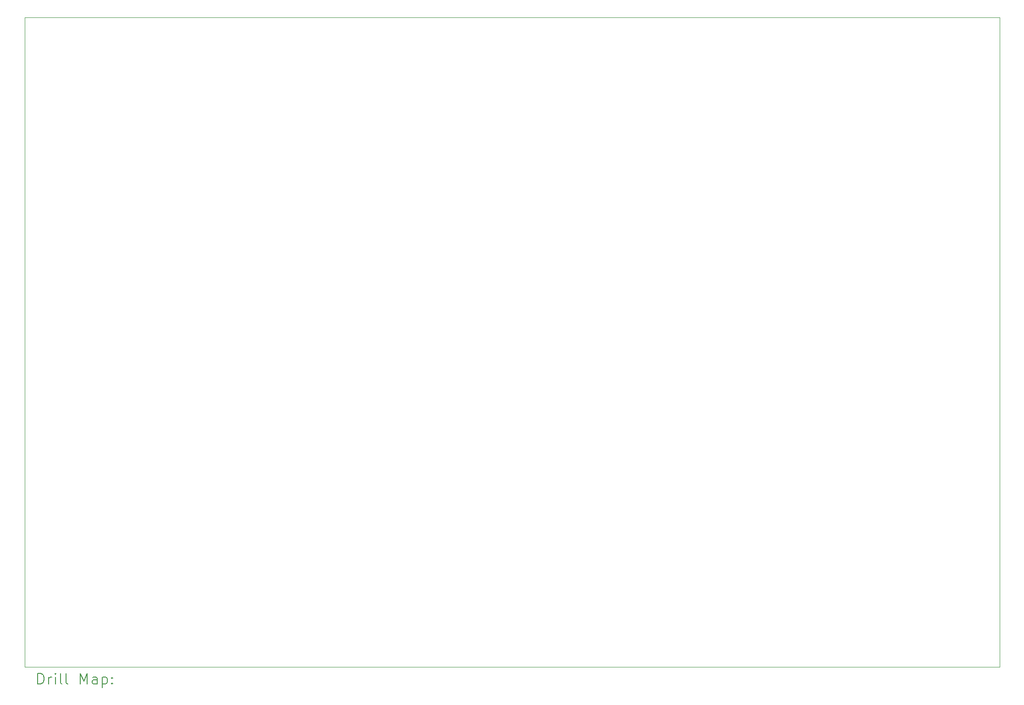
<source format=gbr>
%TF.GenerationSoftware,KiCad,Pcbnew,7.0.1*%
%TF.CreationDate,2023-04-21T00:09:46+02:00*%
%TF.ProjectId,SimpleLattice,53696d70-6c65-44c6-9174-746963652e6b,rev?*%
%TF.SameCoordinates,Original*%
%TF.FileFunction,Drillmap*%
%TF.FilePolarity,Positive*%
%FSLAX45Y45*%
G04 Gerber Fmt 4.5, Leading zero omitted, Abs format (unit mm)*
G04 Created by KiCad (PCBNEW 7.0.1) date 2023-04-21 00:09:46*
%MOMM*%
%LPD*%
G01*
G04 APERTURE LIST*
%ADD10C,0.100000*%
%ADD11C,0.200000*%
G04 APERTURE END LIST*
D10*
X4000000Y-3000000D02*
X22000000Y-3000000D01*
X22000000Y-15000000D01*
X4000000Y-15000000D01*
X4000000Y-3000000D01*
D11*
X4242619Y-15317524D02*
X4242619Y-15117524D01*
X4242619Y-15117524D02*
X4290238Y-15117524D01*
X4290238Y-15117524D02*
X4318810Y-15127048D01*
X4318810Y-15127048D02*
X4337857Y-15146095D01*
X4337857Y-15146095D02*
X4347381Y-15165143D01*
X4347381Y-15165143D02*
X4356905Y-15203238D01*
X4356905Y-15203238D02*
X4356905Y-15231809D01*
X4356905Y-15231809D02*
X4347381Y-15269905D01*
X4347381Y-15269905D02*
X4337857Y-15288952D01*
X4337857Y-15288952D02*
X4318810Y-15308000D01*
X4318810Y-15308000D02*
X4290238Y-15317524D01*
X4290238Y-15317524D02*
X4242619Y-15317524D01*
X4442619Y-15317524D02*
X4442619Y-15184190D01*
X4442619Y-15222286D02*
X4452143Y-15203238D01*
X4452143Y-15203238D02*
X4461667Y-15193714D01*
X4461667Y-15193714D02*
X4480714Y-15184190D01*
X4480714Y-15184190D02*
X4499762Y-15184190D01*
X4566429Y-15317524D02*
X4566429Y-15184190D01*
X4566429Y-15117524D02*
X4556905Y-15127048D01*
X4556905Y-15127048D02*
X4566429Y-15136571D01*
X4566429Y-15136571D02*
X4575952Y-15127048D01*
X4575952Y-15127048D02*
X4566429Y-15117524D01*
X4566429Y-15117524D02*
X4566429Y-15136571D01*
X4690238Y-15317524D02*
X4671190Y-15308000D01*
X4671190Y-15308000D02*
X4661667Y-15288952D01*
X4661667Y-15288952D02*
X4661667Y-15117524D01*
X4795000Y-15317524D02*
X4775952Y-15308000D01*
X4775952Y-15308000D02*
X4766429Y-15288952D01*
X4766429Y-15288952D02*
X4766429Y-15117524D01*
X5023571Y-15317524D02*
X5023571Y-15117524D01*
X5023571Y-15117524D02*
X5090238Y-15260381D01*
X5090238Y-15260381D02*
X5156905Y-15117524D01*
X5156905Y-15117524D02*
X5156905Y-15317524D01*
X5337857Y-15317524D02*
X5337857Y-15212762D01*
X5337857Y-15212762D02*
X5328333Y-15193714D01*
X5328333Y-15193714D02*
X5309286Y-15184190D01*
X5309286Y-15184190D02*
X5271190Y-15184190D01*
X5271190Y-15184190D02*
X5252143Y-15193714D01*
X5337857Y-15308000D02*
X5318810Y-15317524D01*
X5318810Y-15317524D02*
X5271190Y-15317524D01*
X5271190Y-15317524D02*
X5252143Y-15308000D01*
X5252143Y-15308000D02*
X5242619Y-15288952D01*
X5242619Y-15288952D02*
X5242619Y-15269905D01*
X5242619Y-15269905D02*
X5252143Y-15250857D01*
X5252143Y-15250857D02*
X5271190Y-15241333D01*
X5271190Y-15241333D02*
X5318810Y-15241333D01*
X5318810Y-15241333D02*
X5337857Y-15231809D01*
X5433095Y-15184190D02*
X5433095Y-15384190D01*
X5433095Y-15193714D02*
X5452143Y-15184190D01*
X5452143Y-15184190D02*
X5490238Y-15184190D01*
X5490238Y-15184190D02*
X5509286Y-15193714D01*
X5509286Y-15193714D02*
X5518810Y-15203238D01*
X5518810Y-15203238D02*
X5528333Y-15222286D01*
X5528333Y-15222286D02*
X5528333Y-15279428D01*
X5528333Y-15279428D02*
X5518810Y-15298476D01*
X5518810Y-15298476D02*
X5509286Y-15308000D01*
X5509286Y-15308000D02*
X5490238Y-15317524D01*
X5490238Y-15317524D02*
X5452143Y-15317524D01*
X5452143Y-15317524D02*
X5433095Y-15308000D01*
X5614048Y-15298476D02*
X5623571Y-15308000D01*
X5623571Y-15308000D02*
X5614048Y-15317524D01*
X5614048Y-15317524D02*
X5604524Y-15308000D01*
X5604524Y-15308000D02*
X5614048Y-15298476D01*
X5614048Y-15298476D02*
X5614048Y-15317524D01*
X5614048Y-15193714D02*
X5623571Y-15203238D01*
X5623571Y-15203238D02*
X5614048Y-15212762D01*
X5614048Y-15212762D02*
X5604524Y-15203238D01*
X5604524Y-15203238D02*
X5614048Y-15193714D01*
X5614048Y-15193714D02*
X5614048Y-15212762D01*
M02*

</source>
